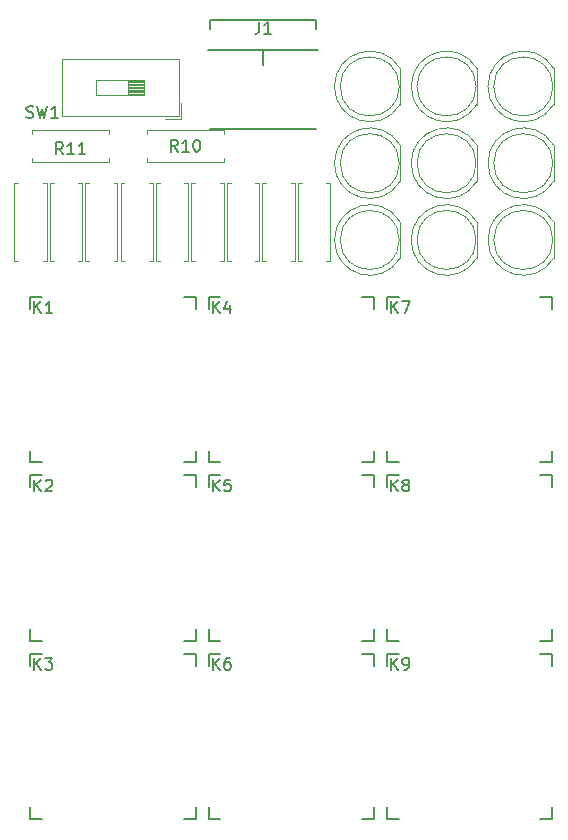
<source format=gbr>
G04 #@! TF.GenerationSoftware,KiCad,Pcbnew,(5.1.0)-1*
G04 #@! TF.CreationDate,2020-10-10T18:43:04-04:00*
G04 #@! TF.ProjectId,switch_tester,73776974-6368-45f7-9465-737465722e6b,rev?*
G04 #@! TF.SameCoordinates,Original*
G04 #@! TF.FileFunction,Legend,Top*
G04 #@! TF.FilePolarity,Positive*
%FSLAX46Y46*%
G04 Gerber Fmt 4.6, Leading zero omitted, Abs format (unit mm)*
G04 Created by KiCad (PCBNEW (5.1.0)-1) date 2020-10-10 18:43:04*
%MOMM*%
%LPD*%
G04 APERTURE LIST*
%ADD10C,0.120000*%
%ADD11C,0.150000*%
G04 APERTURE END LIST*
D10*
X100990000Y-72425000D02*
X100990000Y-69335000D01*
X100930000Y-70880000D02*
G75*
G03X100930000Y-70880000I-2500000J0D01*
G01*
X95440000Y-70880462D02*
G75*
G02X100990000Y-69335170I2990000J462D01*
G01*
X95440000Y-70879538D02*
G75*
G03X100990000Y-72424830I2990000J-462D01*
G01*
X56820000Y-74570000D02*
X56820000Y-74900000D01*
X63360000Y-74570000D02*
X56820000Y-74570000D01*
X63360000Y-74900000D02*
X63360000Y-74570000D01*
X56820000Y-77310000D02*
X56820000Y-76980000D01*
X63360000Y-77310000D02*
X56820000Y-77310000D01*
X63360000Y-76980000D02*
X63360000Y-77310000D01*
X73080000Y-77310000D02*
X73080000Y-76980000D01*
X66540000Y-77310000D02*
X73080000Y-77310000D01*
X66540000Y-76980000D02*
X66540000Y-77310000D01*
X73080000Y-74570000D02*
X73080000Y-74900000D01*
X66540000Y-74570000D02*
X73080000Y-74570000D01*
X66540000Y-74900000D02*
X66540000Y-74570000D01*
D11*
X81025000Y-67800000D02*
X71775000Y-67800000D01*
X80875000Y-74460000D02*
X71925000Y-74460000D01*
X71920000Y-66050000D02*
X71925000Y-65290000D01*
X80875000Y-65290000D02*
X71925000Y-65290000D01*
X80875000Y-65290000D02*
X80880000Y-66050000D01*
X76400000Y-67800000D02*
X76400000Y-69070000D01*
D10*
X100990000Y-85425000D02*
X100990000Y-82335000D01*
X100930000Y-83880000D02*
G75*
G03X100930000Y-83880000I-2500000J0D01*
G01*
X95440000Y-83880462D02*
G75*
G02X100990000Y-82335170I2990000J462D01*
G01*
X95440000Y-83879538D02*
G75*
G03X100990000Y-85424830I2990000J-462D01*
G01*
X64966667Y-71625000D02*
X64966667Y-70355000D01*
X66320000Y-70425000D02*
X64966667Y-70425000D01*
X66320000Y-70545000D02*
X64966667Y-70545000D01*
X66320000Y-70665000D02*
X64966667Y-70665000D01*
X66320000Y-70785000D02*
X64966667Y-70785000D01*
X66320000Y-70905000D02*
X64966667Y-70905000D01*
X66320000Y-71025000D02*
X64966667Y-71025000D01*
X66320000Y-71145000D02*
X64966667Y-71145000D01*
X66320000Y-71265000D02*
X64966667Y-71265000D01*
X66320000Y-71385000D02*
X64966667Y-71385000D01*
X66320000Y-71505000D02*
X64966667Y-71505000D01*
X62260000Y-71625000D02*
X66320000Y-71625000D01*
X62260000Y-70355000D02*
X62260000Y-71625000D01*
X66320000Y-70355000D02*
X62260000Y-70355000D01*
X66320000Y-71625000D02*
X66320000Y-70355000D01*
X69480000Y-73650000D02*
X69480000Y-72267000D01*
X69480000Y-73650000D02*
X68096000Y-73650000D01*
X59340000Y-73410000D02*
X59340000Y-68570000D01*
X69240000Y-73410000D02*
X69240000Y-68570000D01*
X69240000Y-68570000D02*
X59340000Y-68570000D01*
X69240000Y-73410000D02*
X59340000Y-73410000D01*
X82070000Y-79090000D02*
X81740000Y-79090000D01*
X82070000Y-85630000D02*
X82070000Y-79090000D01*
X81740000Y-85630000D02*
X82070000Y-85630000D01*
X79330000Y-79090000D02*
X79660000Y-79090000D01*
X79330000Y-85630000D02*
X79330000Y-79090000D01*
X79660000Y-85630000D02*
X79330000Y-85630000D01*
X79070000Y-79090000D02*
X78740000Y-79090000D01*
X79070000Y-85630000D02*
X79070000Y-79090000D01*
X78740000Y-85630000D02*
X79070000Y-85630000D01*
X76330000Y-79090000D02*
X76660000Y-79090000D01*
X76330000Y-85630000D02*
X76330000Y-79090000D01*
X76660000Y-85630000D02*
X76330000Y-85630000D01*
X76070000Y-79090000D02*
X75740000Y-79090000D01*
X76070000Y-85630000D02*
X76070000Y-79090000D01*
X75740000Y-85630000D02*
X76070000Y-85630000D01*
X73330000Y-79090000D02*
X73660000Y-79090000D01*
X73330000Y-85630000D02*
X73330000Y-79090000D01*
X73660000Y-85630000D02*
X73330000Y-85630000D01*
X73070000Y-79090000D02*
X72740000Y-79090000D01*
X73070000Y-85630000D02*
X73070000Y-79090000D01*
X72740000Y-85630000D02*
X73070000Y-85630000D01*
X70330000Y-79090000D02*
X70660000Y-79090000D01*
X70330000Y-85630000D02*
X70330000Y-79090000D01*
X70660000Y-85630000D02*
X70330000Y-85630000D01*
X70070000Y-79090000D02*
X69740000Y-79090000D01*
X70070000Y-85630000D02*
X70070000Y-79090000D01*
X69740000Y-85630000D02*
X70070000Y-85630000D01*
X67330000Y-79090000D02*
X67660000Y-79090000D01*
X67330000Y-85630000D02*
X67330000Y-79090000D01*
X67660000Y-85630000D02*
X67330000Y-85630000D01*
X67070000Y-79090000D02*
X66740000Y-79090000D01*
X67070000Y-85630000D02*
X67070000Y-79090000D01*
X66740000Y-85630000D02*
X67070000Y-85630000D01*
X64330000Y-79090000D02*
X64660000Y-79090000D01*
X64330000Y-85630000D02*
X64330000Y-79090000D01*
X64660000Y-85630000D02*
X64330000Y-85630000D01*
X64070000Y-79090000D02*
X63740000Y-79090000D01*
X64070000Y-85630000D02*
X64070000Y-79090000D01*
X63740000Y-85630000D02*
X64070000Y-85630000D01*
X61330000Y-79090000D02*
X61660000Y-79090000D01*
X61330000Y-85630000D02*
X61330000Y-79090000D01*
X61660000Y-85630000D02*
X61330000Y-85630000D01*
X61070000Y-79090000D02*
X60740000Y-79090000D01*
X61070000Y-85630000D02*
X61070000Y-79090000D01*
X60740000Y-85630000D02*
X61070000Y-85630000D01*
X58330000Y-79090000D02*
X58660000Y-79090000D01*
X58330000Y-85630000D02*
X58330000Y-79090000D01*
X58660000Y-85630000D02*
X58330000Y-85630000D01*
X58070000Y-79090000D02*
X57740000Y-79090000D01*
X58070000Y-85630000D02*
X58070000Y-79090000D01*
X57740000Y-85630000D02*
X58070000Y-85630000D01*
X55330000Y-79090000D02*
X55660000Y-79090000D01*
X55330000Y-85630000D02*
X55330000Y-79090000D01*
X55660000Y-85630000D02*
X55330000Y-85630000D01*
D11*
X100880000Y-118912000D02*
X100880000Y-119912000D01*
X99880000Y-132912000D02*
X100880000Y-132912000D01*
X100880000Y-118912000D02*
X99880000Y-118912000D01*
X100880000Y-131912000D02*
X100880000Y-132912000D01*
X86880000Y-132912000D02*
X86880000Y-131912000D01*
X87880000Y-118912000D02*
X86880000Y-118912000D01*
X86880000Y-132912000D02*
X87880000Y-132912000D01*
X86880000Y-119912000D02*
X86880000Y-118912000D01*
X100880000Y-103812000D02*
X100880000Y-104812000D01*
X99880000Y-117812000D02*
X100880000Y-117812000D01*
X100880000Y-103812000D02*
X99880000Y-103812000D01*
X100880000Y-116812000D02*
X100880000Y-117812000D01*
X86880000Y-117812000D02*
X86880000Y-116812000D01*
X87880000Y-103812000D02*
X86880000Y-103812000D01*
X86880000Y-117812000D02*
X87880000Y-117812000D01*
X86880000Y-104812000D02*
X86880000Y-103812000D01*
X100880000Y-88712000D02*
X100880000Y-89712000D01*
X99880000Y-102712000D02*
X100880000Y-102712000D01*
X100880000Y-88712000D02*
X99880000Y-88712000D01*
X100880000Y-101712000D02*
X100880000Y-102712000D01*
X86880000Y-102712000D02*
X86880000Y-101712000D01*
X87880000Y-88712000D02*
X86880000Y-88712000D01*
X86880000Y-102712000D02*
X87880000Y-102712000D01*
X86880000Y-89712000D02*
X86880000Y-88712000D01*
X85780000Y-118912000D02*
X85780000Y-119912000D01*
X84780000Y-132912000D02*
X85780000Y-132912000D01*
X85780000Y-118912000D02*
X84780000Y-118912000D01*
X85780000Y-131912000D02*
X85780000Y-132912000D01*
X71780000Y-132912000D02*
X71780000Y-131912000D01*
X72780000Y-118912000D02*
X71780000Y-118912000D01*
X71780000Y-132912000D02*
X72780000Y-132912000D01*
X71780000Y-119912000D02*
X71780000Y-118912000D01*
X85780000Y-103812000D02*
X85780000Y-104812000D01*
X84780000Y-117812000D02*
X85780000Y-117812000D01*
X85780000Y-103812000D02*
X84780000Y-103812000D01*
X85780000Y-116812000D02*
X85780000Y-117812000D01*
X71780000Y-117812000D02*
X71780000Y-116812000D01*
X72780000Y-103812000D02*
X71780000Y-103812000D01*
X71780000Y-117812000D02*
X72780000Y-117812000D01*
X71780000Y-104812000D02*
X71780000Y-103812000D01*
X85780000Y-88712000D02*
X85780000Y-89712000D01*
X84780000Y-102712000D02*
X85780000Y-102712000D01*
X85780000Y-88712000D02*
X84780000Y-88712000D01*
X85780000Y-101712000D02*
X85780000Y-102712000D01*
X71780000Y-102712000D02*
X71780000Y-101712000D01*
X72780000Y-88712000D02*
X71780000Y-88712000D01*
X71780000Y-102712000D02*
X72780000Y-102712000D01*
X71780000Y-89712000D02*
X71780000Y-88712000D01*
X70680000Y-118912000D02*
X70680000Y-119912000D01*
X69680000Y-132912000D02*
X70680000Y-132912000D01*
X70680000Y-118912000D02*
X69680000Y-118912000D01*
X70680000Y-131912000D02*
X70680000Y-132912000D01*
X56680000Y-132912000D02*
X56680000Y-131912000D01*
X57680000Y-118912000D02*
X56680000Y-118912000D01*
X56680000Y-132912000D02*
X57680000Y-132912000D01*
X56680000Y-119912000D02*
X56680000Y-118912000D01*
X70680000Y-103812000D02*
X70680000Y-104812000D01*
X69680000Y-117812000D02*
X70680000Y-117812000D01*
X70680000Y-103812000D02*
X69680000Y-103812000D01*
X70680000Y-116812000D02*
X70680000Y-117812000D01*
X56680000Y-117812000D02*
X56680000Y-116812000D01*
X57680000Y-103812000D02*
X56680000Y-103812000D01*
X56680000Y-117812000D02*
X57680000Y-117812000D01*
X56680000Y-104812000D02*
X56680000Y-103812000D01*
X70680000Y-88712000D02*
X70680000Y-89712000D01*
X69680000Y-102712000D02*
X70680000Y-102712000D01*
X70680000Y-88712000D02*
X69680000Y-88712000D01*
X70680000Y-101712000D02*
X70680000Y-102712000D01*
X56680000Y-102712000D02*
X56680000Y-101712000D01*
X57680000Y-88712000D02*
X56680000Y-88712000D01*
X56680000Y-102712000D02*
X57680000Y-102712000D01*
X56680000Y-89712000D02*
X56680000Y-88712000D01*
D10*
X100990000Y-78925000D02*
X100990000Y-75835000D01*
X100930000Y-77380000D02*
G75*
G03X100930000Y-77380000I-2500000J0D01*
G01*
X95440000Y-77380462D02*
G75*
G02X100990000Y-75835170I2990000J462D01*
G01*
X95440000Y-77379538D02*
G75*
G03X100990000Y-78924830I2990000J-462D01*
G01*
X94490000Y-85425000D02*
X94490000Y-82335000D01*
X94430000Y-83880000D02*
G75*
G03X94430000Y-83880000I-2500000J0D01*
G01*
X88940000Y-83880462D02*
G75*
G02X94490000Y-82335170I2990000J462D01*
G01*
X88940000Y-83879538D02*
G75*
G03X94490000Y-85424830I2990000J-462D01*
G01*
X94490000Y-78925000D02*
X94490000Y-75835000D01*
X94430000Y-77380000D02*
G75*
G03X94430000Y-77380000I-2500000J0D01*
G01*
X88940000Y-77380462D02*
G75*
G02X94490000Y-75835170I2990000J462D01*
G01*
X88940000Y-77379538D02*
G75*
G03X94490000Y-78924830I2990000J-462D01*
G01*
X94490000Y-72425000D02*
X94490000Y-69335000D01*
X94430000Y-70880000D02*
G75*
G03X94430000Y-70880000I-2500000J0D01*
G01*
X88940000Y-70880462D02*
G75*
G02X94490000Y-69335170I2990000J462D01*
G01*
X88940000Y-70879538D02*
G75*
G03X94490000Y-72424830I2990000J-462D01*
G01*
X87990000Y-85425000D02*
X87990000Y-82335000D01*
X87930000Y-83880000D02*
G75*
G03X87930000Y-83880000I-2500000J0D01*
G01*
X82440000Y-83880462D02*
G75*
G02X87990000Y-82335170I2990000J462D01*
G01*
X82440000Y-83879538D02*
G75*
G03X87990000Y-85424830I2990000J-462D01*
G01*
X87990000Y-78925000D02*
X87990000Y-75835000D01*
X87930000Y-77380000D02*
G75*
G03X87930000Y-77380000I-2500000J0D01*
G01*
X82440000Y-77380462D02*
G75*
G02X87990000Y-75835170I2990000J462D01*
G01*
X82440000Y-77379538D02*
G75*
G03X87990000Y-78924830I2990000J-462D01*
G01*
X87990000Y-72425000D02*
X87990000Y-69335000D01*
X87930000Y-70880000D02*
G75*
G03X87930000Y-70880000I-2500000J0D01*
G01*
X82440000Y-70880462D02*
G75*
G02X87990000Y-69335170I2990000J462D01*
G01*
X82440000Y-70879538D02*
G75*
G03X87990000Y-72424830I2990000J-462D01*
G01*
D11*
X59457142Y-76612380D02*
X59123809Y-76136190D01*
X58885714Y-76612380D02*
X58885714Y-75612380D01*
X59266666Y-75612380D01*
X59361904Y-75660000D01*
X59409523Y-75707619D01*
X59457142Y-75802857D01*
X59457142Y-75945714D01*
X59409523Y-76040952D01*
X59361904Y-76088571D01*
X59266666Y-76136190D01*
X58885714Y-76136190D01*
X60409523Y-76612380D02*
X59838095Y-76612380D01*
X60123809Y-76612380D02*
X60123809Y-75612380D01*
X60028571Y-75755238D01*
X59933333Y-75850476D01*
X59838095Y-75898095D01*
X61361904Y-76612380D02*
X60790476Y-76612380D01*
X61076190Y-76612380D02*
X61076190Y-75612380D01*
X60980952Y-75755238D01*
X60885714Y-75850476D01*
X60790476Y-75898095D01*
X69167142Y-76392380D02*
X68833809Y-75916190D01*
X68595714Y-76392380D02*
X68595714Y-75392380D01*
X68976666Y-75392380D01*
X69071904Y-75440000D01*
X69119523Y-75487619D01*
X69167142Y-75582857D01*
X69167142Y-75725714D01*
X69119523Y-75820952D01*
X69071904Y-75868571D01*
X68976666Y-75916190D01*
X68595714Y-75916190D01*
X70119523Y-76392380D02*
X69548095Y-76392380D01*
X69833809Y-76392380D02*
X69833809Y-75392380D01*
X69738571Y-75535238D01*
X69643333Y-75630476D01*
X69548095Y-75678095D01*
X70738571Y-75392380D02*
X70833809Y-75392380D01*
X70929047Y-75440000D01*
X70976666Y-75487619D01*
X71024285Y-75582857D01*
X71071904Y-75773333D01*
X71071904Y-76011428D01*
X71024285Y-76201904D01*
X70976666Y-76297142D01*
X70929047Y-76344761D01*
X70833809Y-76392380D01*
X70738571Y-76392380D01*
X70643333Y-76344761D01*
X70595714Y-76297142D01*
X70548095Y-76201904D01*
X70500476Y-76011428D01*
X70500476Y-75773333D01*
X70548095Y-75582857D01*
X70595714Y-75487619D01*
X70643333Y-75440000D01*
X70738571Y-75392380D01*
X76066666Y-65402380D02*
X76066666Y-66116666D01*
X76019047Y-66259523D01*
X75923809Y-66354761D01*
X75780952Y-66402380D01*
X75685714Y-66402380D01*
X77066666Y-66402380D02*
X76495238Y-66402380D01*
X76780952Y-66402380D02*
X76780952Y-65402380D01*
X76685714Y-65545238D01*
X76590476Y-65640476D01*
X76495238Y-65688095D01*
X56366666Y-73484761D02*
X56509523Y-73532380D01*
X56747619Y-73532380D01*
X56842857Y-73484761D01*
X56890476Y-73437142D01*
X56938095Y-73341904D01*
X56938095Y-73246666D01*
X56890476Y-73151428D01*
X56842857Y-73103809D01*
X56747619Y-73056190D01*
X56557142Y-73008571D01*
X56461904Y-72960952D01*
X56414285Y-72913333D01*
X56366666Y-72818095D01*
X56366666Y-72722857D01*
X56414285Y-72627619D01*
X56461904Y-72580000D01*
X56557142Y-72532380D01*
X56795238Y-72532380D01*
X56938095Y-72580000D01*
X57271428Y-72532380D02*
X57509523Y-73532380D01*
X57700000Y-72818095D01*
X57890476Y-73532380D01*
X58128571Y-72532380D01*
X59033333Y-73532380D02*
X58461904Y-73532380D01*
X58747619Y-73532380D02*
X58747619Y-72532380D01*
X58652380Y-72675238D01*
X58557142Y-72770476D01*
X58461904Y-72818095D01*
X87241904Y-120264380D02*
X87241904Y-119264380D01*
X87813333Y-120264380D02*
X87384761Y-119692952D01*
X87813333Y-119264380D02*
X87241904Y-119835809D01*
X88289523Y-120264380D02*
X88480000Y-120264380D01*
X88575238Y-120216761D01*
X88622857Y-120169142D01*
X88718095Y-120026285D01*
X88765714Y-119835809D01*
X88765714Y-119454857D01*
X88718095Y-119359619D01*
X88670476Y-119312000D01*
X88575238Y-119264380D01*
X88384761Y-119264380D01*
X88289523Y-119312000D01*
X88241904Y-119359619D01*
X88194285Y-119454857D01*
X88194285Y-119692952D01*
X88241904Y-119788190D01*
X88289523Y-119835809D01*
X88384761Y-119883428D01*
X88575238Y-119883428D01*
X88670476Y-119835809D01*
X88718095Y-119788190D01*
X88765714Y-119692952D01*
X87241904Y-105164380D02*
X87241904Y-104164380D01*
X87813333Y-105164380D02*
X87384761Y-104592952D01*
X87813333Y-104164380D02*
X87241904Y-104735809D01*
X88384761Y-104592952D02*
X88289523Y-104545333D01*
X88241904Y-104497714D01*
X88194285Y-104402476D01*
X88194285Y-104354857D01*
X88241904Y-104259619D01*
X88289523Y-104212000D01*
X88384761Y-104164380D01*
X88575238Y-104164380D01*
X88670476Y-104212000D01*
X88718095Y-104259619D01*
X88765714Y-104354857D01*
X88765714Y-104402476D01*
X88718095Y-104497714D01*
X88670476Y-104545333D01*
X88575238Y-104592952D01*
X88384761Y-104592952D01*
X88289523Y-104640571D01*
X88241904Y-104688190D01*
X88194285Y-104783428D01*
X88194285Y-104973904D01*
X88241904Y-105069142D01*
X88289523Y-105116761D01*
X88384761Y-105164380D01*
X88575238Y-105164380D01*
X88670476Y-105116761D01*
X88718095Y-105069142D01*
X88765714Y-104973904D01*
X88765714Y-104783428D01*
X88718095Y-104688190D01*
X88670476Y-104640571D01*
X88575238Y-104592952D01*
X87241904Y-90064380D02*
X87241904Y-89064380D01*
X87813333Y-90064380D02*
X87384761Y-89492952D01*
X87813333Y-89064380D02*
X87241904Y-89635809D01*
X88146666Y-89064380D02*
X88813333Y-89064380D01*
X88384761Y-90064380D01*
X72141904Y-120264380D02*
X72141904Y-119264380D01*
X72713333Y-120264380D02*
X72284761Y-119692952D01*
X72713333Y-119264380D02*
X72141904Y-119835809D01*
X73570476Y-119264380D02*
X73380000Y-119264380D01*
X73284761Y-119312000D01*
X73237142Y-119359619D01*
X73141904Y-119502476D01*
X73094285Y-119692952D01*
X73094285Y-120073904D01*
X73141904Y-120169142D01*
X73189523Y-120216761D01*
X73284761Y-120264380D01*
X73475238Y-120264380D01*
X73570476Y-120216761D01*
X73618095Y-120169142D01*
X73665714Y-120073904D01*
X73665714Y-119835809D01*
X73618095Y-119740571D01*
X73570476Y-119692952D01*
X73475238Y-119645333D01*
X73284761Y-119645333D01*
X73189523Y-119692952D01*
X73141904Y-119740571D01*
X73094285Y-119835809D01*
X72141904Y-105164380D02*
X72141904Y-104164380D01*
X72713333Y-105164380D02*
X72284761Y-104592952D01*
X72713333Y-104164380D02*
X72141904Y-104735809D01*
X73618095Y-104164380D02*
X73141904Y-104164380D01*
X73094285Y-104640571D01*
X73141904Y-104592952D01*
X73237142Y-104545333D01*
X73475238Y-104545333D01*
X73570476Y-104592952D01*
X73618095Y-104640571D01*
X73665714Y-104735809D01*
X73665714Y-104973904D01*
X73618095Y-105069142D01*
X73570476Y-105116761D01*
X73475238Y-105164380D01*
X73237142Y-105164380D01*
X73141904Y-105116761D01*
X73094285Y-105069142D01*
X72141904Y-90064380D02*
X72141904Y-89064380D01*
X72713333Y-90064380D02*
X72284761Y-89492952D01*
X72713333Y-89064380D02*
X72141904Y-89635809D01*
X73570476Y-89397714D02*
X73570476Y-90064380D01*
X73332380Y-89016761D02*
X73094285Y-89731047D01*
X73713333Y-89731047D01*
X57041904Y-120264380D02*
X57041904Y-119264380D01*
X57613333Y-120264380D02*
X57184761Y-119692952D01*
X57613333Y-119264380D02*
X57041904Y-119835809D01*
X57946666Y-119264380D02*
X58565714Y-119264380D01*
X58232380Y-119645333D01*
X58375238Y-119645333D01*
X58470476Y-119692952D01*
X58518095Y-119740571D01*
X58565714Y-119835809D01*
X58565714Y-120073904D01*
X58518095Y-120169142D01*
X58470476Y-120216761D01*
X58375238Y-120264380D01*
X58089523Y-120264380D01*
X57994285Y-120216761D01*
X57946666Y-120169142D01*
X57041904Y-105164380D02*
X57041904Y-104164380D01*
X57613333Y-105164380D02*
X57184761Y-104592952D01*
X57613333Y-104164380D02*
X57041904Y-104735809D01*
X57994285Y-104259619D02*
X58041904Y-104212000D01*
X58137142Y-104164380D01*
X58375238Y-104164380D01*
X58470476Y-104212000D01*
X58518095Y-104259619D01*
X58565714Y-104354857D01*
X58565714Y-104450095D01*
X58518095Y-104592952D01*
X57946666Y-105164380D01*
X58565714Y-105164380D01*
X57041904Y-90064380D02*
X57041904Y-89064380D01*
X57613333Y-90064380D02*
X57184761Y-89492952D01*
X57613333Y-89064380D02*
X57041904Y-89635809D01*
X58565714Y-90064380D02*
X57994285Y-90064380D01*
X58280000Y-90064380D02*
X58280000Y-89064380D01*
X58184761Y-89207238D01*
X58089523Y-89302476D01*
X57994285Y-89350095D01*
M02*

</source>
